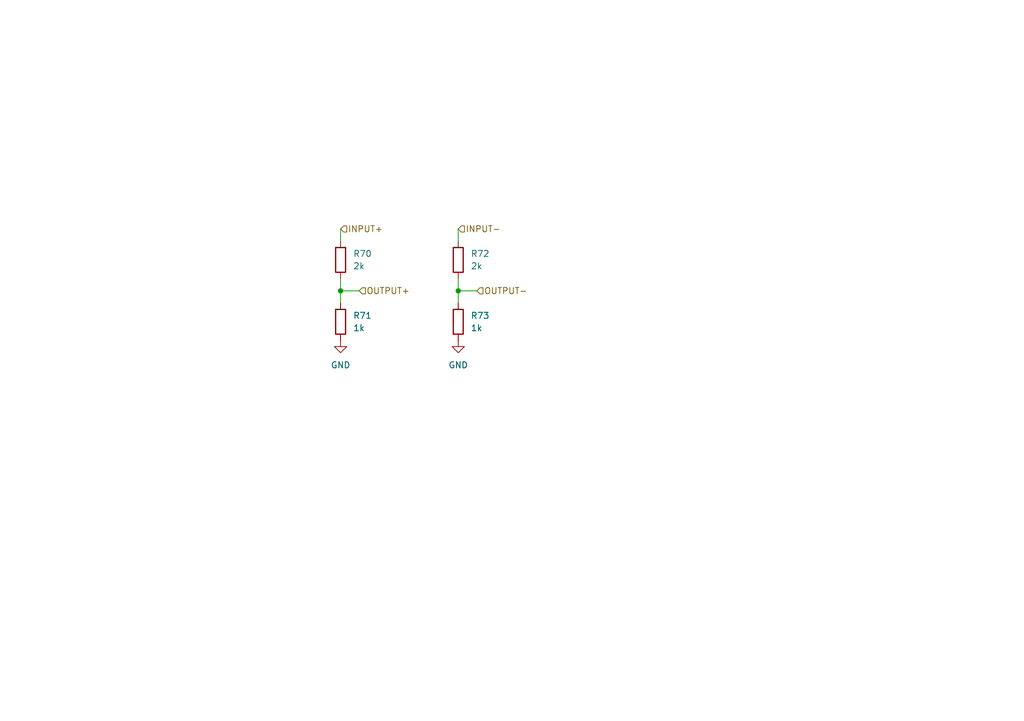
<source format=kicad_sch>
(kicad_sch (version 20250114) (generator "eeschema") (generator_version "9.0")
  (paper "A5")
  (title_block (date "2025-09-12") (rev "1"))
  (lib_symbols
    (symbol "Device:R" (pin_numbers (hide yes)) (pin_names (offset 0))
      (property "Reference" "R" (at 2.032 0 90))
      (property "Value" "R" (at 0 0 90))
      (symbol "R_0_1"
        (rectangle (start -1.016 -2.54) (end 1.016 2.54) (stroke (width 0.254)))
      )
      (symbol "R_1_1"
        (pin passive line (at 0 3.81 270) (length 1.27) (name "~") (number "1"))
        (pin passive line (at 0 -3.81 90) (length 1.27) (name "~") (number "2"))
      )
    )
    (symbol "power:GND" (power) (pin_numbers (hide yes)) (pin_names (offset 0) (hide yes))
      (property "Value" "GND" (at 0 -3.81 0))
      (symbol "GND_0_1"
        (polyline (pts (xy 0 0) (xy 0 -1.27) (xy 1.27 -1.27) (xy 0 -2.54) (xy -1.27 -1.27) (xy 0 -1.27)))
      )
      (symbol "GND_1_1"
        (pin power_in line (at 0 0 270) (length 0) (name "~") (number "1"))
      )
    )
  )
  (junction (at 93.98 59.69))
  (junction (at 69.85 59.69))
  (wire (pts (xy 93.98 57.15) (xy 93.98 59.69)))
  (wire (pts (xy 69.85 46.99) (xy 69.85 49.53)))
  (wire (pts (xy 97.79 59.69) (xy 93.98 59.69)))
  (wire (pts (xy 69.85 59.69) (xy 69.85 62.23)))
  (wire (pts (xy 93.98 46.99) (xy 93.98 49.53)))
  (wire (pts (xy 69.85 57.15) (xy 69.85 59.69)))
  (wire (pts (xy 93.98 59.69) (xy 93.98 62.23)))
  (wire (pts (xy 73.66 59.69) (xy 69.85 59.69)))
  (hierarchical_label "INPUT+" (shape input) (at 69.85 46.99 0))
  (hierarchical_label "OUTPUT-" (shape input) (at 97.79 59.69 0))
  (hierarchical_label "OUTPUT+" (shape input) (at 73.66 59.69 0))
  (hierarchical_label "INPUT-" (shape input) (at 93.98 46.99 0))
  (symbol (lib_id "power:GND") (at 93.98 69.85 0) (unit 1)
    (property "Reference" "#PWR080" (effects (hide yes)))
    (property "Value" "GND" (at 93.98 74.93 0))
    (property "Description" "Power symbol creates a global label with name \"GND\" , ground" (effects (hide yes)))
    (instances (project "main_fc" (path "" (reference "#PWR082") (unit 1)) (path "" (reference "#PWR084") (unit 1)) (path "" (reference "#PWR0159") (unit 1)) (path "" (reference "#PWR0151") (unit 1)) (path "" (reference "#PWR0161") (unit 1)) (path "" (reference "#PWR0149") (unit 1)) (path "" (reference "#PWR0153") (unit 1)) (path "" (reference "#PWR080") (unit 1)) (path "" (reference "#PWR0155") (unit 1)) (path "" (reference "#PWR0157") (unit 1))))
  )
  (symbol (lib_id "power:GND") (at 69.85 69.85 0) (unit 1)
    (property "Reference" "#PWR" (effects (hide yes)))
    (property "Value" "GND" (at 69.85 74.93 0))
    (property "Description" "Power symbol creates a global label with name \"GND\" , ground" (effects (hide yes)))
    (instances (project "main_fc" (path "" (reference "#PWR081") (unit 1)) (path "" (reference "#PWR083") (unit 1)) (path "" (reference "#PWR0158") (unit 1)) (path "" (reference "#PWR0150") (unit 1)) (path "" (reference "#PWR0160") (unit 1)) (path "" (reference "#PWR0148") (unit 1)) (path "" (reference "#PWR0152") (unit 1)) (path "" (reference "#PWR0154") (unit 1)) (path "" (reference "#PWR0156") (unit 1))))
  )
  (symbol (lib_id "Device:R") (at 93.98 66.04 0) (unit 1)
    (property "Reference" "R69" (at 96.52 64.7699 0) (effects (justify left)))
    (property "Value" "1k" (at 96.52 67.3099 0) (effects (justify left)))
    (property "Footprint" "Resistor_SMD:R_0603_1608Metric" (effects (hide yes)))
    (property "Description" "Resistor" (effects (hide yes)))
    (instances (project "main_fc" (path "" (reference "R73") (unit 1)) (path "" (reference "R77") (unit 1)) (path "" (reference "R101") (unit 1)) (path "" (reference "R85") (unit 1)) (path "" (reference "R105") (unit 1)) (path "" (reference "R81") (unit 1)) (path "" (reference "R89") (unit 1)) (path "" (reference "R69") (unit 1)) (path "" (reference "R93") (unit 1)) (path "" (reference "R97") (unit 1))))
  )
  (symbol (lib_id "Device:R") (at 93.98 53.34 0) (unit 1)
    (property "Reference" "R68" (at 96.52 52.0699 0) (effects (justify left)))
    (property "Value" "2k" (at 96.52 54.6099 0) (effects (justify left)))
    (property "Footprint" "Resistor_SMD:R_0603_1608Metric" (effects (hide yes)))
    (property "Description" "Resistor" (effects (hide yes)))
    (instances (project "main_fc" (path "" (reference "R72") (unit 1)) (path "" (reference "R76") (unit 1)) (path "" (reference "R100") (unit 1)) (path "" (reference "R84") (unit 1)) (path "" (reference "R104") (unit 1)) (path "" (reference "R80") (unit 1)) (path "" (reference "R88") (unit 1)) (path "" (reference "R68") (unit 1)) (path "" (reference "R92") (unit 1)) (path "" (reference "R96") (unit 1))))
  )
  (symbol (lib_id "Device:R") (at 69.85 66.04 0) (unit 1)
    (property "Reference" "R67" (at 72.39 64.7699 0) (effects (justify left)))
    (property "Value" "1k" (at 72.39 67.3099 0) (effects (justify left)))
    (property "Footprint" "Resistor_SMD:R_0603_1608Metric" (effects (hide yes)))
    (property "Description" "Resistor" (effects (hide yes)))
    (instances (project "main_fc" (path "" (reference "R71") (unit 1)) (path "" (reference "R75") (unit 1)) (path "" (reference "R99") (unit 1)) (path "" (reference "R83") (unit 1)) (path "" (reference "R103") (unit 1)) (path "" (reference "R79") (unit 1)) (path "" (reference "R87") (unit 1)) (path "" (reference "R67") (unit 1)) (path "" (reference "R91") (unit 1)) (path "" (reference "R95") (unit 1))))
  )
  (symbol (lib_id "Device:R") (at 69.85 53.34 0) (unit 1)
    (property "Reference" "R" (at 72.39 52.0699 0) (effects (justify left)))
    (property "Value" "2k" (at 72.39 54.6099 0) (effects (justify left)))
    (property "Footprint" "Resistor_SMD:R_0603_1608Metric" (effects (hide yes)))
    (property "Description" "Resistor" (effects (hide yes)))
    (instances (project "main_fc" (path "" (reference "R70") (unit 1)) (path "" (reference "R74") (unit 1)) (path "" (reference "R98") (unit 1)) (path "" (reference "R82") (unit 1)) (path "" (reference "R102") (unit 1)) (path "" (reference "R78") (unit 1)) (path "" (reference "R86") (unit 1)) (path "" (reference "R90") (unit 1)) (path "" (reference "R94") (unit 1))))
  )
)
</source>
